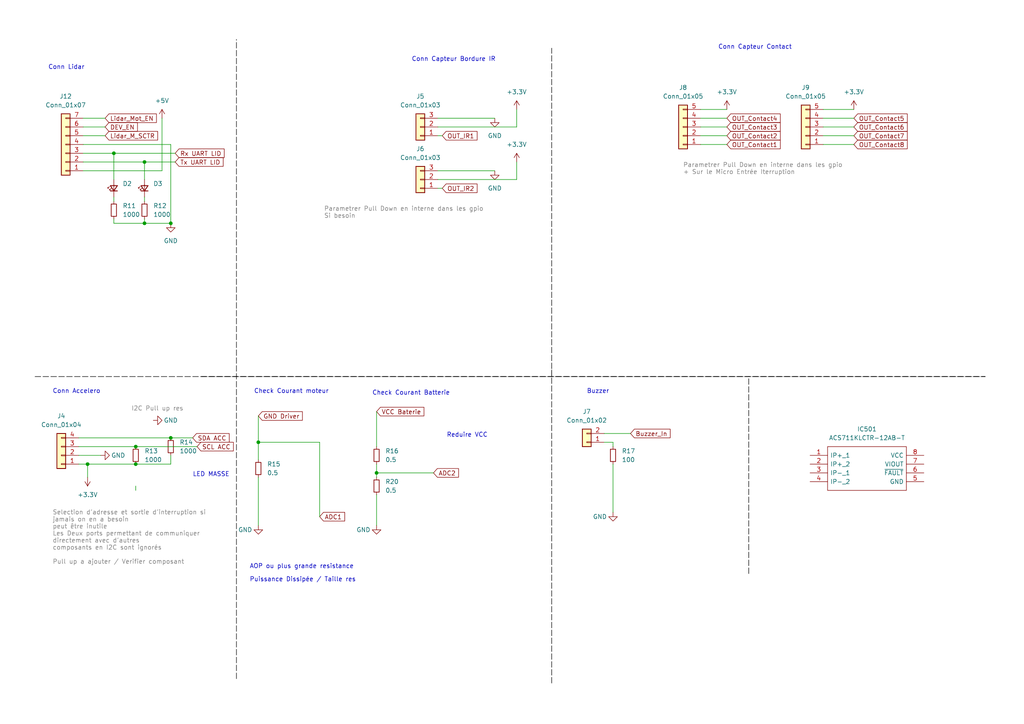
<source format=kicad_sch>
(kicad_sch (version 20230121) (generator eeschema)
  (paper "A4")
  (lib_symbols
    (symbol "ACS711KLCTR-12AB-T:ACS711KLCTR-12AB-T" (pin_names (offset 0.762))
      (property "Reference" "IC" (at 29.21 7.62 0))
      (property "Value" "ACS711KLCTR-12AB-T" (at 29.21 5.08 0))
      (symbol "ACS711KLCTR-12AB-T_0_0"
        (pin passive line (at 0 0 0) (length 5.08) (name "IP+_1") (number "1"))
        (pin passive line (at 0 -2.54 0) (length 5.08) (name "IP+_2") (number "2"))
        (pin passive line (at 0 -5.08 0) (length 5.08) (name "IP-_1") (number "3"))
        (pin passive line (at 0 -7.62 0) (length 5.08) (name "IP-_2") (number "4"))
        (pin passive line (at 33.02 -7.62 180) (length 5.08) (name "GND") (number "5"))
        (pin passive line (at 33.02 -5.08 180) (length 5.08) (name "~{FAULT}") (number "6"))
        (pin passive line (at 33.02 -2.54 180) (length 5.08) (name "VIOUT") (number "7"))
        (pin passive line (at 33.02 0 180) (length 5.08) (name "VCC") (number "8"))
      )
      (symbol "ACS711KLCTR-12AB-T_0_1"
        (polyline (pts (xy 5.08 2.54) (xy 27.94 2.54) (xy 27.94 -10.16) (xy 5.08 -10.16) (xy 5.08 2.54)) (stroke (width 0.1524)))
      )
    )
    (symbol "Connector_Generic:Conn_01x02" (pin_names (offset 1.016) hide)
      (property "Reference" "J" (at 0 2.54 0))
      (property "Value" "Conn_01x02" (at 0 -5.08 0))
      (symbol "Conn_01x02_1_1"
        (rectangle (start -1.27 -2.413) (end 0 -2.667) (stroke (width 0.1524)))
        (rectangle (start -1.27 0.127) (end 0 -0.127) (stroke (width 0.1524)))
        (rectangle (start -1.27 1.27) (end 1.27 -3.81) (stroke (width 0.254)) (fill (type background)))
        (pin passive line (at -5.08 0 0) (length 3.81) (name "Pin_1") (number "1"))
        (pin passive line (at -5.08 -2.54 0) (length 3.81) (name "Pin_2") (number "2"))
      )
    )
    (symbol "Connector_Generic:Conn_01x03" (pin_names (offset 1.016) hide)
      (property "Reference" "J" (at 0 5.08 0))
      (property "Value" "Conn_01x03" (at 0 -5.08 0))
      (symbol "Conn_01x03_1_1"
        (rectangle (start -1.27 -2.413) (end 0 -2.667) (stroke (width 0.1524)))
        (rectangle (start -1.27 0.127) (end 0 -0.127) (stroke (width 0.1524)))
        (rectangle (start -1.27 2.667) (end 0 2.413) (stroke (width 0.1524)))
        (rectangle (start -1.27 3.81) (end 1.27 -3.81) (stroke (width 0.254)) (fill (type background)))
        (pin passive line (at -5.08 2.54 0) (length 3.81) (name "Pin_1") (number "1"))
        (pin passive line (at -5.08 0 0) (length 3.81) (name "Pin_2") (number "2"))
        (pin passive line (at -5.08 -2.54 0) (length 3.81) (name "Pin_3") (number "3"))
      )
    )
    (symbol "Connector_Generic:Conn_01x04" (pin_names (offset 1.016) hide)
      (property "Reference" "J" (at 0 5.08 0))
      (property "Value" "Conn_01x04" (at 0 -7.62 0))
      (symbol "Conn_01x04_1_1"
        (rectangle (start -1.27 -4.953) (end 0 -5.207) (stroke (width 0.1524)))
        (rectangle (start -1.27 -2.413) (end 0 -2.667) (stroke (width 0.1524)))
        (rectangle (start -1.27 0.127) (end 0 -0.127) (stroke (width 0.1524)))
        (rectangle (start -1.27 2.667) (end 0 2.413) (stroke (width 0.1524)))
        (rectangle (start -1.27 3.81) (end 1.27 -6.35) (stroke (width 0.254)) (fill (type background)))
        (pin passive line (at -5.08 2.54 0) (length 3.81) (name "Pin_1") (number "1"))
        (pin passive line (at -5.08 0 0) (length 3.81) (name "Pin_2") (number "2"))
        (pin passive line (at -5.08 -2.54 0) (length 3.81) (name "Pin_3") (number "3"))
        (pin passive line (at -5.08 -5.08 0) (length 3.81) (name "Pin_4") (number "4"))
      )
    )
    (symbol "Connector_Generic:Conn_01x05" (pin_names (offset 1.016) hide)
      (property "Reference" "J" (at 0 7.62 0))
      (property "Value" "Conn_01x05" (at 0 -7.62 0))
      (symbol "Conn_01x05_1_1"
        (rectangle (start -1.27 -4.953) (end 0 -5.207) (stroke (width 0.1524)))
        (rectangle (start -1.27 -2.413) (end 0 -2.667) (stroke (width 0.1524)))
        (rectangle (start -1.27 0.127) (end 0 -0.127) (stroke (width 0.1524)))
        (rectangle (start -1.27 2.667) (end 0 2.413) (stroke (width 0.1524)))
        (rectangle (start -1.27 5.207) (end 0 4.953) (stroke (width 0.1524)))
        (rectangle (start -1.27 6.35) (end 1.27 -6.35) (stroke (width 0.254)) (fill (type background)))
        (pin passive line (at -5.08 5.08 0) (length 3.81) (name "Pin_1") (number "1"))
        (pin passive line (at -5.08 2.54 0) (length 3.81) (name "Pin_2") (number "2"))
        (pin passive line (at -5.08 0 0) (length 3.81) (name "Pin_3") (number "3"))
        (pin passive line (at -5.08 -2.54 0) (length 3.81) (name "Pin_4") (number "4"))
        (pin passive line (at -5.08 -5.08 0) (length 3.81) (name "Pin_5") (number "5"))
      )
    )
    (symbol "Connector_Generic:Conn_01x07" (pin_names (offset 1.016) hide)
      (property "Reference" "J" (at 0 10.16 0))
      (property "Value" "Conn_01x07" (at 0 -10.16 0))
      (symbol "Conn_01x07_1_1"
        (rectangle (start -1.27 -7.493) (end 0 -7.747) (stroke (width 0.1524)))
        (rectangle (start -1.27 -4.953) (end 0 -5.207) (stroke (width 0.1524)))
        (rectangle (start -1.27 -2.413) (end 0 -2.667) (stroke (width 0.1524)))
        (rectangle (start -1.27 0.127) (end 0 -0.127) (stroke (width 0.1524)))
        (rectangle (start -1.27 2.667) (end 0 2.413) (stroke (width 0.1524)))
        (rectangle (start -1.27 5.207) (end 0 4.953) (stroke (width 0.1524)))
        (rectangle (start -1.27 7.747) (end 0 7.493) (stroke (width 0.1524)))
        (rectangle (start -1.27 8.89) (end 1.27 -8.89) (stroke (width 0.254)) (fill (type background)))
        (pin passive line (at -5.08 7.62 0) (length 3.81) (name "Pin_1") (number "1"))
        (pin passive line (at -5.08 5.08 0) (length 3.81) (name "Pin_2") (number "2"))
        (pin passive line (at -5.08 2.54 0) (length 3.81) (name "Pin_3") (number "3"))
        (pin passive line (at -5.08 0 0) (length 3.81) (name "Pin_4") (number "4"))
        (pin passive line (at -5.08 -2.54 0) (length 3.81) (name "Pin_5") (number "5"))
        (pin passive line (at -5.08 -5.08 0) (length 3.81) (name "Pin_6") (number "6"))
        (pin passive line (at -5.08 -7.62 0) (length 3.81) (name "Pin_7") (number "7"))
      )
    )
    (symbol "Device:LED_Small" (pin_numbers hide) (pin_names (offset 0.254) hide)
      (property "Reference" "D" (at -1.27 3.175 0))
      (property "Value" "LED_Small" (at -4.445 -2.54 0))
      (symbol "LED_Small_0_1"
        (polyline (pts (xy -0.762 -1.016) (xy -0.762 1.016)) (stroke (width 0.254)))
        (polyline (pts (xy 1.016 0) (xy -0.762 0)))
        (polyline (pts (xy 0.762 -1.016) (xy -0.762 0) (xy 0.762 1.016) (xy 0.762 -1.016)) (stroke (width 0.254)))
        (polyline (pts (xy 0 0.762) (xy -0.508 1.27) (xy -0.254 1.27) (xy -0.508 1.27) (xy -0.508 1.016)))
        (polyline (pts (xy 0.508 1.27) (xy 0 1.778) (xy 0.254 1.778) (xy 0 1.778) (xy 0 1.524)))
      )
      (symbol "LED_Small_1_1"
        (pin passive line (at -2.54 0 0) (length 1.778) (name "K") (number "1"))
        (pin passive line (at 2.54 0 180) (length 1.778) (name "A") (number "2"))
      )
    )
    (symbol "Device:R_Small" (pin_numbers hide) (pin_names (offset 0.254) hide)
      (property "Reference" "R" (at 0.762 0.508 0))
      (property "Value" "R_Small" (at 0.762 -1.016 0))
      (symbol "R_Small_0_1"
        (rectangle (start -0.762 1.778) (end 0.762 -1.778) (stroke (width 0.2032)))
      )
      (symbol "R_Small_1_1"
        (pin passive line (at 0 2.54 270) (length 0.762) (name "~") (number "1"))
        (pin passive line (at 0 -2.54 90) (length 0.762) (name "~") (number "2"))
      )
    )
    (symbol "power:+3.3V" (power) (pin_names (offset 0))
      (property "Value" "+3.3V" (at 0 3.556 0))
      (symbol "+3.3V_0_1"
        (polyline (pts (xy -0.762 1.27) (xy 0 2.54)))
        (polyline (pts (xy 0 0) (xy 0 2.54)))
        (polyline (pts (xy 0 2.54) (xy 0.762 1.27)))
      )
      (symbol "+3.3V_1_1"
        (pin power_in line (at 0 0 90) (length 0) hide (name "+3.3V") (number "1"))
      )
    )
    (symbol "power:+5V" (power) (pin_names (offset 0))
      (property "Value" "+5V" (at 0 3.556 0))
      (symbol "+5V_0_1"
        (polyline (pts (xy -0.762 1.27) (xy 0 2.54)))
        (polyline (pts (xy 0 0) (xy 0 2.54)))
        (polyline (pts (xy 0 2.54) (xy 0.762 1.27)))
      )
      (symbol "+5V_1_1"
        (pin power_in line (at 0 0 90) (length 0) hide (name "+5V") (number "1"))
      )
    )
    (symbol "power:GND" (power) (pin_names (offset 0))
      (property "Value" "GND" (at 0 -3.81 0))
      (symbol "GND_0_1"
        (polyline (pts (xy 0 0) (xy 0 -1.27) (xy 1.27 -1.27) (xy 0 -2.54) (xy -1.27 -1.27) (xy 0 -1.27)))
      )
      (symbol "GND_1_1"
        (pin power_in line (at 0 0 270) (length 0) hide (name "GND") (number "1"))
      )
    )
  )
  (junction (at 74.93 128.27))
  (junction (at 41.91 64.77))
  (junction (at 109.22 137.16))
  (junction (at 39.37 129.54))
  (junction (at 49.53 64.77))
  (junction (at 41.91 46.99))
  (junction (at 33.02 44.45))
  (junction (at 49.53 127))
  (junction (at 39.37 134.62))
  (junction (at 25.4 134.62))
  (wire (pts (xy 127 34.29) (xy 143.51 34.29)))
  (wire (pts (xy 41.91 57.15) (xy 41.91 58.42)))
  (wire (pts (xy 127 36.83) (xy 149.86 36.83)))
  (wire (pts (xy 22.86 132.08) (xy 29.21 132.08)))
  (polyline (pts (xy 58.42 109.22) (xy 285.75 109.22)) (stroke (width 0) (type dash) (color 0 0 0 1)))
  (wire (pts (xy -12.7 129.54) (xy -12.7 127)))
  (wire (pts (xy 203.2 36.83) (xy 210.82 36.83)))
  (polyline (pts (xy 160.02 109.22) (xy 160.02 13.97)) (stroke (width 0) (type dash) (color 0 0 0 1)))
  (wire (pts (xy 203.2 39.37) (xy 210.82 39.37)))
  (wire (pts (xy -19.05 127) (xy -15.24 127)))
  (wire (pts (xy 24.13 36.83) (xy 30.48 36.83)))
  (wire (pts (xy 92.71 128.27) (xy 74.93 128.27)))
  (wire (pts (xy 74.93 128.27) (xy 74.93 133.35)))
  (wire (pts (xy 109.22 143.51) (xy 109.22 152.4)))
  (wire (pts (xy 24.13 44.45) (xy 33.02 44.45)))
  (wire (pts (xy 24.13 49.53) (xy 46.99 49.53)))
  (wire (pts (xy 33.02 63.5) (xy 33.02 64.77)))
  (wire (pts (xy 149.86 31.75) (xy 149.86 36.83)))
  (wire (pts (xy 22.86 129.54) (xy 39.37 129.54)))
  (wire (pts (xy 109.22 137.16) (xy 109.22 138.43)))
  (polyline (pts (xy 10.16 109.22) (xy 285.75 109.22)) (stroke (width 0) (type dash) (color 0 0 0 1)))
  (wire (pts (xy 24.13 41.91) (xy 49.53 41.91)))
  (wire (pts (xy 175.26 128.27) (xy 177.8 128.27)))
  (wire (pts (xy 49.53 41.91) (xy 49.53 64.77)))
  (wire (pts (xy 127 49.53) (xy 143.51 49.53)))
  (wire (pts (xy 238.76 36.83) (xy 247.65 36.83)))
  (wire (pts (xy 92.71 128.27) (xy 92.71 149.86)))
  (wire (pts (xy 109.22 137.16) (xy 125.73 137.16)))
  (wire (pts (xy 25.4 134.62) (xy 25.4 138.43)))
  (wire (pts (xy 49.53 127) (xy 55.88 127)))
  (wire (pts (xy 74.93 138.43) (xy 74.93 152.4)))
  (wire (pts (xy 238.76 41.91) (xy 247.65 41.91)))
  (wire (pts (xy 33.02 64.77) (xy 41.91 64.77)))
  (wire (pts (xy 127 52.07) (xy 149.86 52.07)))
  (wire (pts (xy 238.76 39.37) (xy 247.65 39.37)))
  (wire (pts (xy 49.53 132.08) (xy 49.53 134.62)))
  (wire (pts (xy 39.37 129.54) (xy 57.15 129.54)))
  (wire (pts (xy 203.2 31.75) (xy 210.82 31.75)))
  (wire (pts (xy 238.76 34.29) (xy 247.65 34.29)))
  (wire (pts (xy 203.2 34.29) (xy 210.82 34.29)))
  (wire (pts (xy 49.53 134.62) (xy 39.37 134.62)))
  (wire (pts (xy 238.76 31.75) (xy 247.65 31.75)))
  (wire (pts (xy 41.91 64.77) (xy 49.53 64.77)))
  (wire (pts (xy 33.02 44.45) (xy 33.02 52.07)))
  (wire (pts (xy 39.37 142.24) (xy 39.37 140.97)))
  (wire (pts (xy 33.02 57.15) (xy 33.02 58.42)))
  (wire (pts (xy 46.99 34.29) (xy 46.99 49.53)))
  (wire (pts (xy -12.7 121.92) (xy -12.7 120.65)))
  (wire (pts (xy 33.02 44.45) (xy 50.8 44.45)))
  (wire (pts (xy -30.48 120.65) (xy -12.7 120.65)))
  (wire (pts (xy 41.91 46.99) (xy 41.91 52.07)))
  (polyline (pts (xy 160.02 198.12) (xy 160.02 106.68)) (stroke (width 0) (type dash) (color 0 0 0 1)))
  (wire (pts (xy 74.93 120.65) (xy 74.93 128.27)))
  (wire (pts (xy -12.7 129.54) (xy -10.16 129.54)))
  (wire (pts (xy 22.86 134.62) (xy 25.4 134.62)))
  (wire (pts (xy -26.67 127) (xy -24.13 127)))
  (wire (pts (xy 41.91 46.99) (xy 50.8 46.99)))
  (wire (pts (xy 203.2 41.91) (xy 210.82 41.91)))
  (wire (pts (xy 109.22 134.62) (xy 109.22 137.16)))
  (wire (pts (xy 177.8 134.62) (xy 177.8 148.59)))
  (wire (pts (xy 24.13 34.29) (xy 30.48 34.29)))
  (wire (pts (xy 109.22 119.38) (xy 109.22 129.54)))
  (wire (pts (xy 22.86 127) (xy 49.53 127)))
  (wire (pts (xy 127 39.37) (xy 128.27 39.37)))
  (wire (pts (xy 24.13 46.99) (xy 41.91 46.99)))
  (wire (pts (xy 25.4 134.62) (xy 39.37 134.62)))
  (wire (pts (xy -30.48 120.65) (xy -30.48 118.11)))
  (polyline (pts (xy 217.17 166.37) (xy 217.17 109.22)) (stroke (width 0) (type dash) (color 0 0 0 1)))
  (wire (pts (xy 127 54.61) (xy 128.27 54.61)))
  (wire (pts (xy 177.8 128.27) (xy 177.8 129.54)))
  (wire (pts (xy 41.91 63.5) (xy 41.91 64.77)))
  (wire (pts (xy 24.13 39.37) (xy 30.48 39.37)))
  (wire (pts (xy 149.86 46.99) (xy 149.86 52.07)))
  (polyline (pts (xy 68.58 196.85) (xy 68.58 11.43)) (stroke (width 0) (type dash) (color 0 0 0 1)))
  (wire (pts (xy 175.26 125.73) (xy 182.88 125.73)))
  (text "Reduire VCC" (at 129.54 127 0) (effects (font (size 1.27 1.27)) (justify left bottom)))
  (text "Check Courant moteur\n" (at 73.66 114.3 0) (effects (font (size 1.27 1.27)) (justify left bottom)))
  (text "Buzzer\n" (at 170.18 114.3 0) (effects (font (size 1.27 1.27)) (justify left bottom)))
  (text "Parametrer Pull Down en interne dans les gpio\n+ Sur le Micro Entrée Iterruption" (at 198.12 50.8 0) (effects (font (size 1.27 1.27)) (justify left bottom)))
  (text "Check Courant Batterie\n\n" (at 107.95 116.84 0) (effects (font (size 1.27 1.27)) (justify left bottom)))
  (text "AOP ou plus grande resistance\n" (at 72.39 165.1 0) (effects (font (size 1.27 1.27)) (justify left bottom)))
  (text "Puissance Dissipée / Taille res" (at 72.39 168.91 0) (effects (font (size 1.27 1.27)) (justify left bottom)))
  (text "Conn Lidar" (at 13.97 20.32 0) (effects (font (size 1.27 1.27)) (justify left bottom)))
  (text "Conn Accelero\n" (at 15.24 114.3 0) (effects (font (size 1.27 1.27)) (justify left bottom)))
  (text "Conn Capteur Contact \n\n" (at 208.28 16.51 0) (effects (font (size 1.27 1.27)) (justify left bottom)))
  (text "Parametrer Pull Down en interne dans les gpio\nSi besoin" (at 93.98 63.5 0) (effects (font (size 1.27 1.27)) (justify left bottom)))
  (text "I2C Pull up res" (at 38.1 119.38 0) (effects (font (size 1.27 1.27)) (justify left bottom)))
  (text "Selection d'adresse et sortie d'interruption si \njamais on en a besoin\npeut être inutile \nLes Deux ports permettant de communiquer \ndirectement avec d'autres \ncomposants en I2C sont ignorés\n\nPull up a ajouter / Verifier composant\n" (at 15.24 163.83 0) (effects (font (size 1.27 1.27)) (justify left bottom)))
  (text "LED MASSE\n" (at 55.88 138.43 0) (effects (font (size 1.27 1.27)) (justify left bottom)))
  (text "Conn Capteur Bordure IR\n\n\n\n" (at 119.38 24.13 0) (effects (font (size 1.27 1.27)) (justify left bottom)))
  (global_label "Rx UART LID" (shape input) (at 50.8 44.45 0) (property "Intersheetrefs" "${INTERSHEET_REFS}" (effects hide)))
  (global_label "OUT_Contact6" (shape input) (at 247.65 36.83 0) (property "Intersheetrefs" "${INTERSHEET_REFS}" (effects hide)))
  (global_label "DEV_EN" (shape input) (at 30.48 36.83 0) (property "Intersheetrefs" "${INTERSHEET_REFS}" (effects hide)))
  (global_label "SDA ACC" (shape input) (at 55.88 127 0) (property "Intersheetrefs" "${INTERSHEET_REFS}" (effects hide)))
  (global_label "ADC2" (shape input) (at 125.73 137.16 0) (property "Intersheetrefs" "${INTERSHEET_REFS}" (effects hide)))
  (global_label "OUT_Contact1" (shape input) (at 210.82 41.91 0) (property "Intersheetrefs" "${INTERSHEET_REFS}" (effects hide)))
  (global_label "OUT_Contact8" (shape input) (at 247.65 41.91 0) (property "Intersheetrefs" "${INTERSHEET_REFS}" (effects hide)))
  (global_label "OUT_IR2" (shape input) (at 128.27 54.61 0) (property "Intersheetrefs" "${INTERSHEET_REFS}" (effects hide)))
  (global_label "OUT_Contact4" (shape input) (at 210.82 34.29 0) (property "Intersheetrefs" "${INTERSHEET_REFS}" (effects hide)))
  (global_label "OUT_Contact3" (shape input) (at 210.82 36.83 0) (property "Intersheetrefs" "${INTERSHEET_REFS}" (effects hide)))
  (global_label "GND Driver" (shape input) (at 74.93 120.65 0) (property "Intersheetrefs" "${INTERSHEET_REFS}" (effects hide)))
  (global_label "VCC Baterie" (shape input) (at 109.22 119.38 0) (property "Intersheetrefs" "${INTERSHEET_REFS}" (effects hide)))
  (global_label "OUT_Contact2" (shape input) (at 210.82 39.37 0) (property "Intersheetrefs" "${INTERSHEET_REFS}" (effects hide)))
  (global_label "OUT_Contact5" (shape input) (at 247.65 34.29 0) (property "Intersheetrefs" "${INTERSHEET_REFS}" (effects hide)))
  (global_label "Tx UART LID" (shape input) (at 50.8 46.99 0) (property "Intersheetrefs" "${INTERSHEET_REFS}" (effects hide)))
  (global_label "Lidar_Mot_EN" (shape input) (at 30.48 34.29 0) (property "Intersheetrefs" "${INTERSHEET_REFS}" (effects hide)))
  (global_label "Lidar_M_SCTR" (shape input) (at 30.48 39.37 0) (property "Intersheetrefs" "${INTERSHEET_REFS}" (effects hide)))
  (global_label "SCL ACC" (shape input) (at 57.15 129.54 0) (property "Intersheetrefs" "${INTERSHEET_REFS}" (effects hide)))
  (global_label "OUT_Contact7" (shape input) (at 247.65 39.37 0) (property "Intersheetrefs" "${INTERSHEET_REFS}" (effects hide)))
  (global_label "ADC1" (shape input) (at 92.71 149.86 0) (property "Intersheetrefs" "${INTERSHEET_REFS}" (effects hide)))
  (global_label "Buzzer_In" (shape input) (at 182.88 125.73 0) (property "Intersheetrefs" "${INTERSHEET_REFS}" (effects hide)))
  (global_label "OUT_IR1" (shape input) (at 128.27 39.37 0) (property "Intersheetrefs" "${INTERSHEET_REFS}" (effects hide)))
  (symbol (lib_id "power:+3.3V") (at 149.86 31.75 0) (unit 1)
    (property "Reference" "#PWR039" (effects hide))
    (property "Value" "+3.3V" (at 149.86 26.67 0))
    (instances (project "Alimentation" (path "" (reference "#PWR039") (unit 1))) (project "Projet Chat - Capteurs" (path "" (reference "#PWR?") (unit 1))))
  )
  (symbol (lib_id "ACS711KLCTR-12AB-T:ACS711KLCTR-12AB-T") (at 234.95 132.08 0) (unit 1)
    (property "Reference" "IC501" (at 251.46 124.46 0))
    (property "Value" "ACS711KLCTR-12AB-T" (at 251.46 127 0))
    (property "Footprint" "Package_SO:SOIC-8_3.9x4.9mm_P1.27mm" (effects hide))
    (property "Datasheet" "https://www.allegromicro.com/-/media/files/datasheets/acs711-datasheet.ashx" (effects hide))
    (property "Description" "Hall-Effect Linear Current Sensor with Overcurrent Fault Output for <100 V Isolation Applications" (effects hide))
    (property "Height" "1.75" (effects hide))
    (property "Manufacturer_Name" "Allegro Microsystems" (effects hide))
    (property "Manufacturer_Part_Number" "ACS711KLCTR-12AB-T" (effects hide))
    (property "Mouser Part Number" "250-711KLCTR12ABT" (effects hide))
    (property "Mouser Price/Stock" "https://www.mouser.co.uk/ProductDetail/Allegro-MicroSystems/ACS711KLCTR-12AB-T?qs=pUKx8fyJudCJM%2FkxvecSCQ%3D%3D" (effects hide))
    (property "Arrow Part Number" "ACS711KLCTR-12AB-T" (effects hide))
    (property "Arrow Price/Stock" "https://www.arrow.com/en/products/acs711klctr-12ab-t/allegro-microsystems?region=nac" (effects hide))
  )
  (symbol (lib_id "power:GND") (at 49.53 64.77 0) (unit 1)
    (property "Reference" "#PWR034" (effects hide))
    (property "Value" "GND" (at 49.53 69.85 0))
    (instances (project "Alimentation" (path "" (reference "#PWR034") (unit 1))) (project "Projet Chat - Capteurs" (path "" (reference "#PWR?") (unit 1))))
  )
  (symbol (lib_id "power:GND") (at 109.22 152.4 0) (unit 1)
    (property "Reference" "#PWR036" (effects hide))
    (property "Value" "GND" (at 105.41 153.67 0))
    (instances (project "Alimentation" (path "" (reference "#PWR036") (unit 1))) (project "Projet Chat - Capteurs" (path "" (reference "#PWR?") (unit 1))))
  )
  (symbol (lib_id "Device:R_Small") (at 74.93 135.89 0) (unit 1)
    (property "Reference" "R15" (at 77.47 134.62 0) (effects (justify left)))
    (property "Value" "0.5" (at 77.47 137.16 0) (effects (justify left)))
    (property "Footprint" "Resistor_SMD:R_0603_1608Metric_Pad0.98x0.95mm_HandSolder" (effects hide))
    (instances (project "Alimentation" (path "" (reference "R15") (unit 1))) (project "Projet Chat - Capteurs" (path "" (reference "R?") (unit 1))))
  )
  (symbol (lib_id "power:GND") (at -5.08 129.54 0) (unit 1)
    (property "Reference" "#PWR015" (effects hide))
    (property "Value" "GND" (at -8.89 130.81 0))
    (instances (project "Alimentation" (path "" (reference "#PWR015") (unit 1))) (project "Projet Chat - Capteurs" (path "" (reference "#PWR?") (unit 1))))
  )
  (symbol (lib_id "power:GND") (at 143.51 34.29 0) (unit 1)
    (property "Reference" "#PWR037" (effects hide))
    (property "Value" "GND" (at 143.51 39.37 0))
    (instances (project "Alimentation" (path "" (reference "#PWR037") (unit 1))) (project "Projet Chat - Capteurs" (path "" (reference "#PWR?") (unit 1))))
  )
  (symbol (lib_id "Device:LED_Small") (at 33.02 54.61 90) (unit 1)
    (property "Reference" "D2" (at 35.56 53.2765 90) (effects (justify right)))
    (property "Value" "LED_Small" (effects hide))
    (property "Footprint" "LED_SMD:LED_0603_1608Metric_Pad1.05x0.95mm_HandSolder" (effects hide))
    (instances (project "Alimentation" (path "" (reference "D2") (unit 1))) (project "Projet Chat - Capteurs" (path "" (reference "D?") (unit 1))))
  )
  (symbol (lib_id "Connector_Generic:Conn_01x05") (at 233.68 36.83 180) (unit 1)
    (property "Reference" "J9" (at 233.68 25.4 0))
    (property "Value" "Conn_01x05" (at 233.68 27.94 0))
    (property "Footprint" "Connector_JST:JST_XH_S5B-XH-A_1x05_P2.50mm_Horizontal" (effects hide))
    (instances (project "Alimentation" (path "" (reference "J9") (unit 1))) (project "Projet Chat - Capteurs" (path "" (reference "J?") (unit 1))))
  )
  (symbol (lib_id "Device:R_Small") (at 177.8 132.08 0) (unit 1)
    (property "Reference" "R17" (at 180.34 130.81 0) (effects (justify left)))
    (property "Value" "100" (at 180.34 133.35 0) (effects (justify left)))
    (property "Footprint" "Resistor_SMD:R_0603_1608Metric_Pad0.98x0.95mm_HandSolder" (effects hide))
    (instances (project "Alimentation" (path "" (reference "R17") (unit 1))) (project "Projet Chat - Capteurs" (path "" (reference "R?") (unit 1))))
  )
  (symbol (lib_id "power:+5V") (at 46.99 34.29 0) (unit 1)
    (property "Reference" "#PWR033" (effects hide))
    (property "Value" "+5V" (at 46.99 29.21 0))
    (instances (project "Alimentation" (path "" (reference "#PWR033") (unit 1))) (project "Projet Chat - Capteurs" (path "" (reference "#PWR?") (unit 1))))
  )
  (symbol (lib_id "Device:R_Small") (at 109.22 132.08 0) (unit 1)
    (property "Reference" "R16" (at 111.76 130.81 0) (effects (justify left)))
    (property "Value" "0.5" (at 111.76 133.35 0) (effects (justify left)))
    (property "Footprint" "Resistor_SMD:R_0603_1608Metric_Pad0.98x0.95mm_HandSolder" (effects hide))
    (instances (project "Alimentation" (path "" (reference "R16") (unit 1))) (project "Projet Chat - Capteurs" (path "" (reference "R?") (unit 1))))
  )
  (symbol (lib_id "Device:R_Small") (at 39.37 132.08 0) (unit 1)
    (property "Reference" "R13" (at 41.91 130.81 0) (effects (justify left)))
    (property "Value" "1000" (at 41.91 133.35 0) (effects (justify left)))
    (property "Footprint" "Resistor_SMD:R_0603_1608Metric_Pad0.98x0.95mm_HandSolder" (effects hide))
    (instances (project "Alimentation" (path "" (reference "R13") (unit 1))) (project "Projet Chat - Capteurs" (path "" (reference "R?") (unit 1))))
  )
  (symbol (lib_id "power:GND") (at 44.45 121.92 90) (unit 1)
    (property "Reference" "#PWR052" (effects hide))
    (property "Value" "GND" (at 49.53 121.92 90))
    (instances (project "Alimentation" (path "" (reference "#PWR052") (unit 1))) (project "Projet Chat - Capteurs" (path "" (reference "#PWR?") (unit 1))))
  )
  (symbol (lib_id "power:GND") (at 29.21 132.08 90) (unit 1)
    (property "Reference" "#PWR032" (effects hide))
    (property "Value" "GND" (at 34.29 132.08 90))
    (instances (project "Alimentation" (path "" (reference "#PWR032") (unit 1))) (project "Projet Chat - Capteurs" (path "" (reference "#PWR?") (unit 1))))
  )
  (symbol (lib_id "power:+3.3V") (at 149.86 46.99 0) (unit 1)
    (property "Reference" "#PWR040" (effects hide))
    (property "Value" "+3.3V" (at 149.86 41.91 0))
    (instances (project "Alimentation" (path "" (reference "#PWR040") (unit 1))) (project "Projet Chat - Capteurs" (path "" (reference "#PWR?") (unit 1))))
  )
  (symbol (lib_id "power:GND") (at 177.8 148.59 0) (unit 1)
    (property "Reference" "#PWR041" (effects hide))
    (property "Value" "GND" (at 173.99 149.86 0))
    (instances (project "Alimentation" (path "" (reference "#PWR041") (unit 1))) (project "Projet Chat - Capteurs" (path "" (reference "#PWR?") (unit 1))))
  )
  (symbol (lib_id "power:GND") (at 74.93 152.4 0) (unit 1)
    (property "Reference" "#PWR035" (effects hide))
    (property "Value" "GND" (at 71.12 153.67 0))
    (instances (project "Alimentation" (path "" (reference "#PWR035") (unit 1))) (project "Projet Chat - Capteurs" (path "" (reference "#PWR?") (unit 1))))
  )
  (symbol (lib_id "Device:R_Small") (at 41.91 60.96 0) (unit 1)
    (property "Reference" "R12" (at 44.45 59.69 0) (effects (justify left)))
    (property "Value" "1000" (at 44.45 62.23 0) (effects (justify left)))
    (property "Footprint" "Resistor_SMD:R_0603_1608Metric_Pad0.98x0.95mm_HandSolder" (effects hide))
    (instances (project "Alimentation" (path "" (reference "R12") (unit 1))) (project "Projet Chat - Capteurs" (path "" (reference "R?") (unit 1))))
  )
  (symbol (lib_id "Device:LED_Small") (at 41.91 54.61 90) (unit 1)
    (property "Reference" "D3" (at 44.45 53.2765 90) (effects (justify right)))
    (property "Value" "LED_Small" (effects hide))
    (property "Footprint" "LED_SMD:LED_0603_1608Metric_Pad1.05x0.95mm_HandSolder" (effects hide))
    (instances (project "Alimentation" (path "" (reference "D3") (unit 1))) (project "Projet Chat - Capteurs" (path "" (reference "D?") (unit 1))))
  )
  (symbol (lib_id "Connector_Generic:Conn_01x03") (at 121.92 36.83 180) (unit 1)
    (property "Reference" "J5" (at 121.92 27.94 0))
    (property "Value" "Conn_01x03" (at 121.92 30.48 0))
    (property "Footprint" "Connector_JST:JST_XH_S3B-XH-A_1x03_P2.50mm_Horizontal" (effects hide))
    (instances (project "Alimentation" (path "" (reference "J5") (unit 1))) (project "Projet Chat - Capteurs" (path "" (reference "J?") (unit 1))))
  )
  (symbol (lib_id "power:GND") (at -15.24 127 0) (unit 1)
    (property "Reference" "#PWR012" (effects hide))
    (property "Value" "GND" (at -17.78 125.73 0))
    (instances (project "Alimentation" (path "" (reference "#PWR012") (unit 1))) (project "Projet Chat - Capteurs" (path "" (reference "#PWR?") (unit 1))))
  )
  (symbol (lib_id "Connector_Generic:Conn_01x02") (at 170.18 128.27 180) (unit 1)
    (property "Reference" "J7" (at 170.18 119.38 0))
    (property "Value" "Conn_01x02" (at 170.18 121.92 0))
    (property "Footprint" "Connector_JST:JST_XH_S2B-XH-A_1x02_P2.50mm_Horizontal" (effects hide))
    (instances (project "Alimentation" (path "" (reference "J7") (unit 1))) (project "Projet Chat - Capteurs" (path "" (reference "J?") (unit 1))))
  )
  (symbol (lib_id "Connector_Generic:Conn_01x07") (at 19.05 41.91 180) (unit 1)
    (property "Reference" "J12" (at 19.05 27.94 0))
    (property "Value" "Conn_01x07" (at 19.05 30.48 0))
    (property "Footprint" "Connector_JST:JST_XH_S7B-XH-A_1x07_P2.50mm_Horizontal" (effects hide))
  )
  (symbol (lib_id "Connector_Generic:Conn_01x04") (at 17.78 132.08 180) (unit 1)
    (property "Reference" "J4" (at 17.78 120.65 0))
    (property "Value" "Conn_01x04" (at 17.78 123.19 0))
    (property "Footprint" "Connector_JST:JST_EH_S4B-EH_1x04_P2.50mm_Horizontal" (effects hide))
  )
  (symbol (lib_id "Connector_Generic:Conn_01x03") (at 121.92 52.07 180) (unit 1)
    (property "Reference" "J6" (at 121.92 43.18 0))
    (property "Value" "Conn_01x03" (at 121.92 45.72 0))
    (property "Footprint" "Connector_JST:JST_XH_S3B-XH-A_1x03_P2.50mm_Horizontal" (effects hide))
    (instances (project "Alimentation" (path "" (reference "J6") (unit 1))) (project "Projet Chat - Capteurs" (path "" (reference "J?") (unit 1))))
  )
  (symbol (lib_id "Connector_Generic:Conn_01x05") (at 198.12 36.83 180) (unit 1)
    (property "Reference" "J8" (at 198.12 25.4 0))
    (property "Value" "Conn_01x05" (at 198.12 27.94 0))
    (property "Footprint" "Connector_JST:JST_XH_S5B-XH-A_1x05_P2.50mm_Horizontal" (effects hide))
    (instances (project "Alimentation" (path "" (reference "J8") (unit 1))) (project "Projet Chat - Capteurs" (path "" (reference "J?") (unit 1))))
  )
  (symbol (lib_id "Device:R_Small") (at 109.22 140.97 0) (unit 1)
    (property "Reference" "R20" (at 111.76 139.7 0) (effects (justify left)))
    (property "Value" "0.5" (at 111.76 142.24 0) (effects (justify left)))
    (property "Footprint" "Resistor_SMD:R_0603_1608Metric_Pad0.98x0.95mm_HandSolder" (effects hide))
    (instances (project "Alimentation" (path "" (reference "R20") (unit 1))) (project "Projet Chat - Capteurs" (path "" (reference "R?") (unit 1))))
  )
  (symbol (lib_id "Device:R_Small") (at 33.02 60.96 0) (unit 1)
    (property "Reference" "R11" (at 35.56 59.69 0) (effects (justify left)))
    (property "Value" "1000" (at 35.56 62.23 0) (effects (justify left)))
    (property "Footprint" "Resistor_SMD:R_0603_1608Metric_Pad0.98x0.95mm_HandSolder" (effects hide))
    (instances (project "Alimentation" (path "" (reference "R11") (unit 1))) (project "Projet Chat - Capteurs" (path "" (reference "R?") (unit 1))))
  )
  (symbol (lib_id "power:+3.3V") (at 210.82 31.75 0) (unit 1)
    (property "Reference" "#PWR042" (effects hide))
    (property "Value" "+3.3V" (at 210.82 26.67 0))
    (instances (project "Alimentation" (path "" (reference "#PWR042") (unit 1))) (project "Projet Chat - Capteurs" (path "" (reference "#PWR?") (unit 1))))
  )
  (symbol (lib_id "power:GND") (at 143.51 49.53 0) (unit 1)
    (property "Reference" "#PWR038" (effects hide))
    (property "Value" "GND" (at 143.51 54.61 0))
    (instances (project "Alimentation" (path "" (reference "#PWR038") (unit 1))) (project "Projet Chat - Capteurs" (path "" (reference "#PWR?") (unit 1))))
  )
  (symbol (lib_id "power:+3.3V") (at 247.65 31.75 0) (unit 1)
    (property "Reference" "#PWR043" (effects hide))
    (property "Value" "+3.3V" (at 247.65 26.67 0))
    (instances (project "Alimentation" (path "" (reference "#PWR043") (unit 1))) (project "Projet Chat - Capteurs" (path "" (reference "#PWR?") (unit 1))))
  )
  (symbol (lib_id "Device:R_Small") (at 49.53 129.54 0) (unit 1)
    (property "Reference" "R14" (at 52.07 128.27 0) (effects (justify left)))
    (property "Value" "1000" (at 52.07 130.81 0) (effects (justify left)))
    (property "Footprint" "Resistor_SMD:R_0603_1608Metric_Pad0.98x0.95mm_HandSolder" (effects hide))
    (instances (project "Alimentation" (path "" (reference "R14") (unit 1))) (project "Projet Chat - Capteurs" (path "" (reference "R?") (unit 1))))
  )
  (symbol (lib_id "power:+3.3V") (at 25.4 138.43 180) (unit 1)
    (property "Reference" "#PWR031" (effects hide))
    (property "Value" "+3.3V" (at 25.4 143.51 0))
    (instances (project "Alimentation" (path "" (reference "#PWR031") (unit 1))) (project "Projet Chat - Capteurs" (path "" (reference "#PWR?") (unit 1))))
  )
)
</source>
